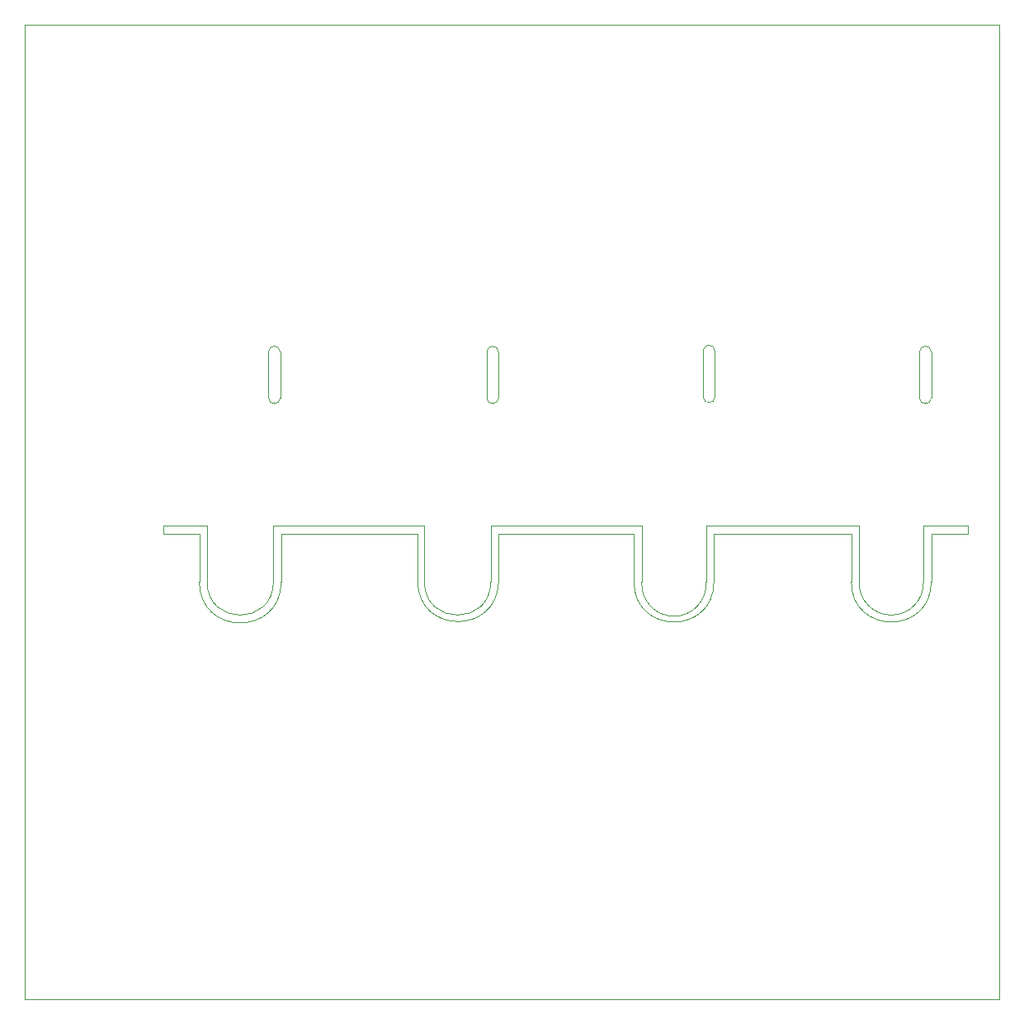
<source format=gbr>
%TF.GenerationSoftware,KiCad,Pcbnew,(6.0.8)*%
%TF.CreationDate,2023-03-03T00:40:04+05:30*%
%TF.ProjectId,STM32DryerPCB,53544d33-3244-4727-9965-725043422e6b,rev?*%
%TF.SameCoordinates,Original*%
%TF.FileFunction,Profile,NP*%
%FSLAX46Y46*%
G04 Gerber Fmt 4.6, Leading zero omitted, Abs format (unit mm)*
G04 Created by KiCad (PCBNEW (6.0.8)) date 2023-03-03 00:40:04*
%MOMM*%
%LPD*%
G01*
G04 APERTURE LIST*
%TA.AperFunction,Profile*%
%ADD10C,0.100000*%
%TD*%
G04 APERTURE END LIST*
D10*
X-147650000Y-56350000D02*
X-147650000Y-61250000D01*
X-169750000Y-37650000D02*
G75*
G03*
X-170950000Y-37650000I-600000J0D01*
G01*
X-177350000Y-61250000D02*
X-177350000Y-55450000D01*
X-125350000Y-42350000D02*
X-125350000Y-37650000D01*
X-148450000Y-55450000D02*
X-132750000Y-55450000D01*
X-125350000Y-56350000D02*
X-125350000Y-61250000D01*
X-155850000Y-61250000D02*
G75*
G03*
X-147650000Y-61250000I4100000J0D01*
G01*
X-132750000Y-55450000D02*
X-132750000Y-61250000D01*
X-178050000Y-56350000D02*
X-192050000Y-56350000D01*
X-200450000Y-61250000D02*
G75*
G03*
X-192050000Y-61250000I4200000J0D01*
G01*
X-200450000Y-56350000D02*
X-204150000Y-56350000D01*
X-155050000Y-55450000D02*
X-170550000Y-55450000D01*
X-121550000Y-56350000D02*
X-125350000Y-56350000D01*
X-178150000Y-55450000D02*
X-177350000Y-55450000D01*
X-178050000Y-61250000D02*
X-178050000Y-56350000D01*
X-170950000Y-42350000D02*
G75*
G03*
X-169750000Y-42350000I600000J0D01*
G01*
X-148450000Y-61250000D02*
X-148450000Y-55450000D01*
X-165350000Y-56350000D02*
X-155850000Y-56350000D01*
X-199650000Y-55450000D02*
X-199650000Y-61250000D01*
X-147550000Y-42250000D02*
X-147550000Y-37550000D01*
X-169750000Y-42350000D02*
X-169750000Y-37650000D01*
X-200450000Y-61250000D02*
X-200450000Y-56350000D01*
X-125350000Y-37650000D02*
G75*
G03*
X-126550000Y-37650000I-600000J0D01*
G01*
X-193350000Y-42350000D02*
G75*
G03*
X-192150000Y-42350000I600000J0D01*
G01*
X-169748810Y-61250000D02*
X-169748810Y-56350000D01*
X-170550000Y-55450000D02*
X-170550000Y-61250000D01*
X-133550000Y-56350000D02*
X-147650000Y-56350000D01*
X-133550000Y-61250000D02*
G75*
G03*
X-125350000Y-61250000I4100000J0D01*
G01*
X-199650000Y-61250000D02*
G75*
G03*
X-192850000Y-61250000I3400000J0D01*
G01*
X-155850000Y-56350000D02*
X-155850000Y-61250000D01*
X-126550000Y-37650000D02*
X-126550000Y-42350000D01*
X-192150000Y-37650000D02*
G75*
G03*
X-193350000Y-37650000I-600000J0D01*
G01*
X-132750000Y-61250000D02*
G75*
G03*
X-126150000Y-61250000I3300000J-94609D01*
G01*
X-177350000Y-61250000D02*
G75*
G03*
X-170550000Y-61250000I3400000J0D01*
G01*
X-148750000Y-37550000D02*
X-148750000Y-42250000D01*
X-148750000Y-42250000D02*
G75*
G03*
X-147550000Y-42250000I600000J0D01*
G01*
X-218350000Y-4050000D02*
X-118350000Y-4050000D01*
X-118350000Y-4050000D02*
X-118350000Y-104050000D01*
X-118350000Y-104050000D02*
X-218350000Y-104050000D01*
X-218350000Y-104050000D02*
X-218350000Y-4050000D01*
X-204150000Y-55450000D02*
X-199650000Y-55450000D01*
X-121550000Y-55450000D02*
X-121550000Y-56350000D01*
X-155050000Y-61250000D02*
X-155050000Y-55450000D01*
X-147550000Y-37550000D02*
G75*
G03*
X-148750000Y-37550000I-600000J0D01*
G01*
X-204150000Y-56350000D02*
X-204150000Y-55450000D01*
X-178050000Y-61250000D02*
G75*
G03*
X-169748810Y-61250000I4150595J91265D01*
G01*
X-170950000Y-37650000D02*
X-170950000Y-42350000D01*
X-192050000Y-56350000D02*
X-192050000Y-61250000D01*
X-192850000Y-55450000D02*
X-178150000Y-55450000D01*
X-155050000Y-61250000D02*
G75*
G03*
X-148450000Y-61250000I3300000J-206968D01*
G01*
X-192850000Y-61250000D02*
X-192850000Y-55450000D01*
X-193350000Y-37650000D02*
X-193350000Y-42350000D01*
X-133550000Y-61250000D02*
X-133550000Y-56350000D01*
X-126150000Y-55450000D02*
X-121550000Y-55450000D01*
X-169748810Y-56350000D02*
X-165350000Y-56350000D01*
X-126150000Y-61250000D02*
X-126150000Y-55450000D01*
X-192150000Y-42350000D02*
X-192150000Y-37650000D01*
X-126550000Y-42350000D02*
G75*
G03*
X-125350000Y-42350000I600000J0D01*
G01*
M02*

</source>
